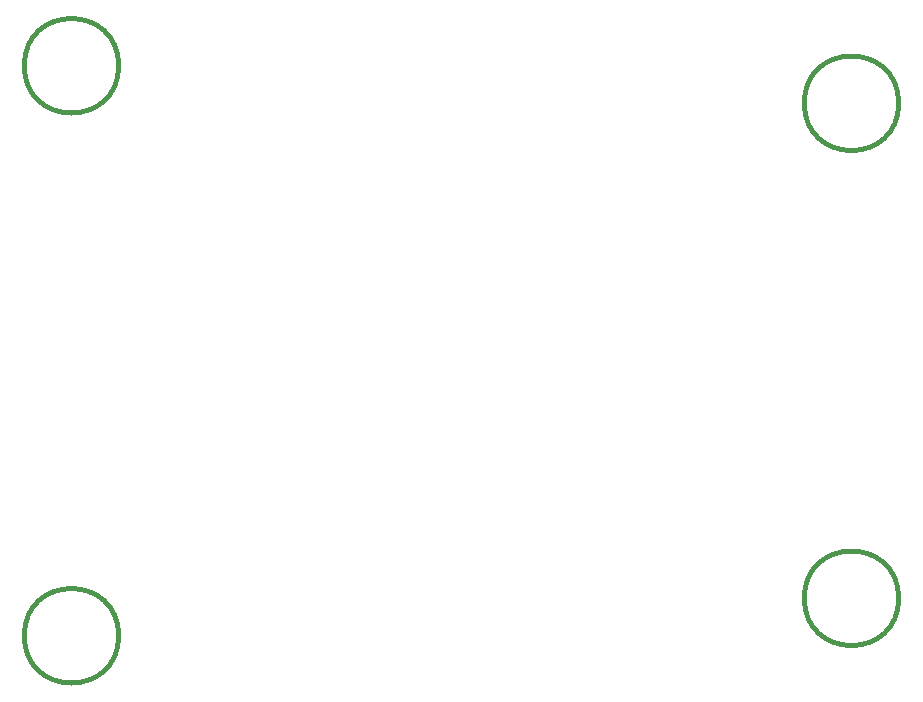
<source format=gbr>
G04 #@! TF.FileFunction,Other,Comment*
%FSLAX46Y46*%
G04 Gerber Fmt 4.6, Leading zero omitted, Abs format (unit mm)*
G04 Created by KiCad (PCBNEW no-vcs-found-product) date Thu Sep 29 09:32:32 2016*
%MOMM*%
%LPD*%
G01*
G04 APERTURE LIST*
%ADD10C,0.100000*%
%ADD11C,0.381000*%
G04 APERTURE END LIST*
D10*
D11*
X123430000Y-73870000D02*
G75*
G03X123430000Y-73870000I-4000000J0D01*
G01*
X189470000Y-77045000D02*
G75*
G03X189470000Y-77045000I-4000000J0D01*
G01*
X123430000Y-122130000D02*
G75*
G03X123430000Y-122130000I-4000000J0D01*
G01*
X189470000Y-118955000D02*
G75*
G03X189470000Y-118955000I-4000000J0D01*
G01*
M02*

</source>
